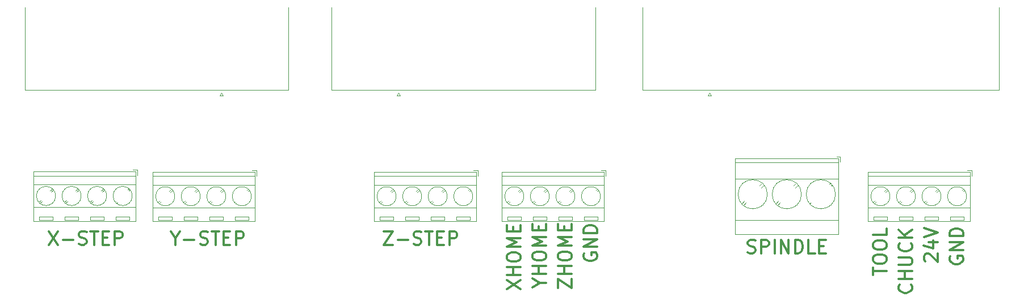
<source format=gbr>
G04 #@! TF.GenerationSoftware,KiCad,Pcbnew,6.0.7-f9a2dced07~116~ubuntu20.04.1*
G04 #@! TF.CreationDate,2022-11-11T16:54:04-05:00*
G04 #@! TF.ProjectId,bunGrbl-Breakout,62756e47-7262-46c2-9d42-7265616b6f75,rev?*
G04 #@! TF.SameCoordinates,PX26c1e00PY6a95280*
G04 #@! TF.FileFunction,Legend,Top*
G04 #@! TF.FilePolarity,Positive*
%FSLAX46Y46*%
G04 Gerber Fmt 4.6, Leading zero omitted, Abs format (unit mm)*
G04 Created by KiCad (PCBNEW 6.0.7-f9a2dced07~116~ubuntu20.04.1) date 2022-11-11 16:54:04*
%MOMM*%
%LPD*%
G01*
G04 APERTURE LIST*
%ADD10C,0.300000*%
%ADD11C,0.120000*%
G04 APERTURE END LIST*
D10*
X54166190Y9985239D02*
X55499523Y9985239D01*
X54166190Y7985239D01*
X55499523Y7985239D01*
X56261428Y8747143D02*
X57785238Y8747143D01*
X58642380Y8080477D02*
X58928095Y7985239D01*
X59404285Y7985239D01*
X59594761Y8080477D01*
X59690000Y8175715D01*
X59785238Y8366191D01*
X59785238Y8556667D01*
X59690000Y8747143D01*
X59594761Y8842381D01*
X59404285Y8937620D01*
X59023333Y9032858D01*
X58832857Y9128096D01*
X58737619Y9223334D01*
X58642380Y9413810D01*
X58642380Y9604286D01*
X58737619Y9794762D01*
X58832857Y9890000D01*
X59023333Y9985239D01*
X59499523Y9985239D01*
X59785238Y9890000D01*
X60356666Y9985239D02*
X61499523Y9985239D01*
X60928095Y7985239D02*
X60928095Y9985239D01*
X62166190Y9032858D02*
X62832857Y9032858D01*
X63118571Y7985239D02*
X62166190Y7985239D01*
X62166190Y9985239D01*
X63118571Y9985239D01*
X63975714Y7985239D02*
X63975714Y9985239D01*
X64737619Y9985239D01*
X64928095Y9890000D01*
X65023333Y9794762D01*
X65118571Y9604286D01*
X65118571Y9318572D01*
X65023333Y9128096D01*
X64928095Y9032858D01*
X64737619Y8937620D01*
X63975714Y8937620D01*
X138700000Y6238572D02*
X138604761Y6048096D01*
X138604761Y5762381D01*
X138700000Y5476667D01*
X138890476Y5286191D01*
X139080952Y5190953D01*
X139461904Y5095715D01*
X139747619Y5095715D01*
X140128571Y5190953D01*
X140319047Y5286191D01*
X140509523Y5476667D01*
X140604761Y5762381D01*
X140604761Y5952858D01*
X140509523Y6238572D01*
X140414285Y6333810D01*
X139747619Y6333810D01*
X139747619Y5952858D01*
X140604761Y7190953D02*
X138604761Y7190953D01*
X140604761Y8333810D01*
X138604761Y8333810D01*
X140604761Y9286191D02*
X138604761Y9286191D01*
X138604761Y9762381D01*
X138700000Y10048096D01*
X138890476Y10238572D01*
X139080952Y10333810D01*
X139461904Y10429048D01*
X139747619Y10429048D01*
X140128571Y10333810D01*
X140319047Y10238572D01*
X140509523Y10048096D01*
X140604761Y9762381D01*
X140604761Y9286191D01*
X84090000Y6713572D02*
X83994761Y6523096D01*
X83994761Y6237381D01*
X84090000Y5951667D01*
X84280476Y5761191D01*
X84470952Y5665953D01*
X84851904Y5570715D01*
X85137619Y5570715D01*
X85518571Y5665953D01*
X85709047Y5761191D01*
X85899523Y5951667D01*
X85994761Y6237381D01*
X85994761Y6427858D01*
X85899523Y6713572D01*
X85804285Y6808810D01*
X85137619Y6808810D01*
X85137619Y6427858D01*
X85994761Y7665953D02*
X83994761Y7665953D01*
X85994761Y8808810D01*
X83994761Y8808810D01*
X85994761Y9761191D02*
X83994761Y9761191D01*
X83994761Y10237381D01*
X84090000Y10523096D01*
X84280476Y10713572D01*
X84470952Y10808810D01*
X84851904Y10904048D01*
X85137619Y10904048D01*
X85518571Y10808810D01*
X85709047Y10713572D01*
X85899523Y10523096D01*
X85994761Y10237381D01*
X85994761Y9761191D01*
X80184761Y1540239D02*
X80184761Y2873572D01*
X82184761Y1540239D01*
X82184761Y2873572D01*
X82184761Y3635477D02*
X80184761Y3635477D01*
X81137142Y3635477D02*
X81137142Y4778334D01*
X82184761Y4778334D02*
X80184761Y4778334D01*
X80184761Y6111667D02*
X80184761Y6492620D01*
X80280000Y6683096D01*
X80470476Y6873572D01*
X80851428Y6968810D01*
X81518095Y6968810D01*
X81899047Y6873572D01*
X82089523Y6683096D01*
X82184761Y6492620D01*
X82184761Y6111667D01*
X82089523Y5921191D01*
X81899047Y5730715D01*
X81518095Y5635477D01*
X80851428Y5635477D01*
X80470476Y5730715D01*
X80280000Y5921191D01*
X80184761Y6111667D01*
X82184761Y7825953D02*
X80184761Y7825953D01*
X81613333Y8492620D01*
X80184761Y9159286D01*
X82184761Y9159286D01*
X81137142Y10111667D02*
X81137142Y10778334D01*
X82184761Y11064048D02*
X82184761Y10111667D01*
X80184761Y10111667D01*
X80184761Y11064048D01*
X72564761Y1380239D02*
X74564761Y2713572D01*
X72564761Y2713572D02*
X74564761Y1380239D01*
X74564761Y3475477D02*
X72564761Y3475477D01*
X73517142Y3475477D02*
X73517142Y4618334D01*
X74564761Y4618334D02*
X72564761Y4618334D01*
X72564761Y5951667D02*
X72564761Y6332620D01*
X72660000Y6523096D01*
X72850476Y6713572D01*
X73231428Y6808810D01*
X73898095Y6808810D01*
X74279047Y6713572D01*
X74469523Y6523096D01*
X74564761Y6332620D01*
X74564761Y5951667D01*
X74469523Y5761191D01*
X74279047Y5570715D01*
X73898095Y5475477D01*
X73231428Y5475477D01*
X72850476Y5570715D01*
X72660000Y5761191D01*
X72564761Y5951667D01*
X74564761Y7665953D02*
X72564761Y7665953D01*
X73993333Y8332620D01*
X72564761Y8999286D01*
X74564761Y8999286D01*
X73517142Y9951667D02*
X73517142Y10618334D01*
X74564761Y10904048D02*
X74564761Y9951667D01*
X72564761Y9951667D01*
X72564761Y10904048D01*
X4255190Y9985239D02*
X5588523Y7985239D01*
X5588523Y9985239D02*
X4255190Y7985239D01*
X6350428Y8747143D02*
X7874238Y8747143D01*
X8731380Y8080477D02*
X9017095Y7985239D01*
X9493285Y7985239D01*
X9683761Y8080477D01*
X9778999Y8175715D01*
X9874238Y8366191D01*
X9874238Y8556667D01*
X9778999Y8747143D01*
X9683761Y8842381D01*
X9493285Y8937620D01*
X9112333Y9032858D01*
X8921857Y9128096D01*
X8826619Y9223334D01*
X8731380Y9413810D01*
X8731380Y9604286D01*
X8826619Y9794762D01*
X8921857Y9890000D01*
X9112333Y9985239D01*
X9588523Y9985239D01*
X9874238Y9890000D01*
X10445666Y9985239D02*
X11588523Y9985239D01*
X11017095Y7985239D02*
X11017095Y9985239D01*
X12255190Y9032858D02*
X12921857Y9032858D01*
X13207571Y7985239D02*
X12255190Y7985239D01*
X12255190Y9985239D01*
X13207571Y9985239D01*
X14064714Y7985239D02*
X14064714Y9985239D01*
X14826619Y9985239D01*
X15017095Y9890000D01*
X15112333Y9794762D01*
X15207571Y9604286D01*
X15207571Y9318572D01*
X15112333Y9128096D01*
X15017095Y9032858D01*
X14826619Y8937620D01*
X14064714Y8937620D01*
X23082857Y8937620D02*
X23082857Y7985239D01*
X22416190Y9985239D02*
X23082857Y8937620D01*
X23749523Y9985239D01*
X24416190Y8747143D02*
X25940000Y8747143D01*
X26797142Y8080477D02*
X27082857Y7985239D01*
X27559047Y7985239D01*
X27749523Y8080477D01*
X27844761Y8175715D01*
X27940000Y8366191D01*
X27940000Y8556667D01*
X27844761Y8747143D01*
X27749523Y8842381D01*
X27559047Y8937620D01*
X27178095Y9032858D01*
X26987619Y9128096D01*
X26892380Y9223334D01*
X26797142Y9413810D01*
X26797142Y9604286D01*
X26892380Y9794762D01*
X26987619Y9890000D01*
X27178095Y9985239D01*
X27654285Y9985239D01*
X27940000Y9890000D01*
X28511428Y9985239D02*
X29654285Y9985239D01*
X29082857Y7985239D02*
X29082857Y9985239D01*
X30320952Y9032858D02*
X30987619Y9032858D01*
X31273333Y7985239D02*
X30320952Y7985239D01*
X30320952Y9985239D01*
X31273333Y9985239D01*
X32130476Y7985239D02*
X32130476Y9985239D01*
X32892380Y9985239D01*
X33082857Y9890000D01*
X33178095Y9794762D01*
X33273333Y9604286D01*
X33273333Y9318572D01*
X33178095Y9128096D01*
X33082857Y9032858D01*
X32892380Y8937620D01*
X32130476Y8937620D01*
X134985238Y5507143D02*
X134890000Y5602381D01*
X134794761Y5792858D01*
X134794761Y6269048D01*
X134890000Y6459524D01*
X134985238Y6554762D01*
X135175714Y6650000D01*
X135366190Y6650000D01*
X135651904Y6554762D01*
X136794761Y5411905D01*
X136794761Y6650000D01*
X135461428Y8364286D02*
X136794761Y8364286D01*
X134699523Y7888096D02*
X136128095Y7411905D01*
X136128095Y8650000D01*
X134794761Y9126191D02*
X136794761Y9792858D01*
X134794761Y10459524D01*
X132794285Y2028572D02*
X132889523Y1933334D01*
X132984761Y1647620D01*
X132984761Y1457143D01*
X132889523Y1171429D01*
X132699047Y980953D01*
X132508571Y885715D01*
X132127619Y790477D01*
X131841904Y790477D01*
X131460952Y885715D01*
X131270476Y980953D01*
X131080000Y1171429D01*
X130984761Y1457143D01*
X130984761Y1647620D01*
X131080000Y1933334D01*
X131175238Y2028572D01*
X132984761Y2885715D02*
X130984761Y2885715D01*
X131937142Y2885715D02*
X131937142Y4028572D01*
X132984761Y4028572D02*
X130984761Y4028572D01*
X130984761Y4980953D02*
X132603809Y4980953D01*
X132794285Y5076191D01*
X132889523Y5171429D01*
X132984761Y5361905D01*
X132984761Y5742858D01*
X132889523Y5933334D01*
X132794285Y6028572D01*
X132603809Y6123810D01*
X130984761Y6123810D01*
X132794285Y8219048D02*
X132889523Y8123810D01*
X132984761Y7838096D01*
X132984761Y7647620D01*
X132889523Y7361905D01*
X132699047Y7171429D01*
X132508571Y7076191D01*
X132127619Y6980953D01*
X131841904Y6980953D01*
X131460952Y7076191D01*
X131270476Y7171429D01*
X131080000Y7361905D01*
X130984761Y7647620D01*
X130984761Y7838096D01*
X131080000Y8123810D01*
X131175238Y8219048D01*
X132984761Y9076191D02*
X130984761Y9076191D01*
X132984761Y10219048D02*
X131841904Y9361905D01*
X130984761Y10219048D02*
X132127619Y9076191D01*
X108490476Y6810477D02*
X108776190Y6715239D01*
X109252380Y6715239D01*
X109442857Y6810477D01*
X109538095Y6905715D01*
X109633333Y7096191D01*
X109633333Y7286667D01*
X109538095Y7477143D01*
X109442857Y7572381D01*
X109252380Y7667620D01*
X108871428Y7762858D01*
X108680952Y7858096D01*
X108585714Y7953334D01*
X108490476Y8143810D01*
X108490476Y8334286D01*
X108585714Y8524762D01*
X108680952Y8620000D01*
X108871428Y8715239D01*
X109347619Y8715239D01*
X109633333Y8620000D01*
X110490476Y6715239D02*
X110490476Y8715239D01*
X111252380Y8715239D01*
X111442857Y8620000D01*
X111538095Y8524762D01*
X111633333Y8334286D01*
X111633333Y8048572D01*
X111538095Y7858096D01*
X111442857Y7762858D01*
X111252380Y7667620D01*
X110490476Y7667620D01*
X112490476Y6715239D02*
X112490476Y8715239D01*
X113442857Y6715239D02*
X113442857Y8715239D01*
X114585714Y6715239D01*
X114585714Y8715239D01*
X115538095Y6715239D02*
X115538095Y8715239D01*
X116014285Y8715239D01*
X116300000Y8620000D01*
X116490476Y8429524D01*
X116585714Y8239048D01*
X116680952Y7858096D01*
X116680952Y7572381D01*
X116585714Y7191429D01*
X116490476Y7000953D01*
X116300000Y6810477D01*
X116014285Y6715239D01*
X115538095Y6715239D01*
X118490476Y6715239D02*
X117538095Y6715239D01*
X117538095Y8715239D01*
X119157142Y7762858D02*
X119823809Y7762858D01*
X120109523Y6715239D02*
X119157142Y6715239D01*
X119157142Y8715239D01*
X120109523Y8715239D01*
X77422380Y2302143D02*
X78374761Y2302143D01*
X76374761Y1635477D02*
X77422380Y2302143D01*
X76374761Y2968810D01*
X78374761Y3635477D02*
X76374761Y3635477D01*
X77327142Y3635477D02*
X77327142Y4778334D01*
X78374761Y4778334D02*
X76374761Y4778334D01*
X76374761Y6111667D02*
X76374761Y6492620D01*
X76470000Y6683096D01*
X76660476Y6873572D01*
X77041428Y6968810D01*
X77708095Y6968810D01*
X78089047Y6873572D01*
X78279523Y6683096D01*
X78374761Y6492620D01*
X78374761Y6111667D01*
X78279523Y5921191D01*
X78089047Y5730715D01*
X77708095Y5635477D01*
X77041428Y5635477D01*
X76660476Y5730715D01*
X76470000Y5921191D01*
X76374761Y6111667D01*
X78374761Y7825953D02*
X76374761Y7825953D01*
X77803333Y8492620D01*
X76374761Y9159286D01*
X78374761Y9159286D01*
X77327142Y10111667D02*
X77327142Y10778334D01*
X78374761Y11064048D02*
X78374761Y10111667D01*
X76374761Y10111667D01*
X76374761Y11064048D01*
X127174761Y3457143D02*
X127174761Y4600000D01*
X129174761Y4028572D02*
X127174761Y4028572D01*
X127174761Y5647620D02*
X127174761Y6028572D01*
X127270000Y6219048D01*
X127460476Y6409524D01*
X127841428Y6504762D01*
X128508095Y6504762D01*
X128889047Y6409524D01*
X129079523Y6219048D01*
X129174761Y6028572D01*
X129174761Y5647620D01*
X129079523Y5457143D01*
X128889047Y5266667D01*
X128508095Y5171429D01*
X127841428Y5171429D01*
X127460476Y5266667D01*
X127270000Y5457143D01*
X127174761Y5647620D01*
X127174761Y7742858D02*
X127174761Y8123810D01*
X127270000Y8314286D01*
X127460476Y8504762D01*
X127841428Y8600000D01*
X128508095Y8600000D01*
X128889047Y8504762D01*
X129079523Y8314286D01*
X129174761Y8123810D01*
X129174761Y7742858D01*
X129079523Y7552381D01*
X128889047Y7361905D01*
X128508095Y7266667D01*
X127841428Y7266667D01*
X127460476Y7361905D01*
X127270000Y7552381D01*
X127174761Y7742858D01*
X129174761Y10409524D02*
X129174761Y9457143D01*
X127174761Y9457143D01*
D11*
G04 #@! TO.C,J8*
X141130000Y15240000D02*
G75*
G03*
X141130000Y15240000I-1430000J0D01*
G01*
X137320000Y15240000D02*
G75*
G03*
X137320000Y15240000I-1430000J0D01*
G01*
X133510000Y15240000D02*
G75*
G03*
X133510000Y15240000I-1430000J0D01*
G01*
X129700000Y15240000D02*
G75*
G03*
X129700000Y15240000I-1430000J0D01*
G01*
X141610000Y18240000D02*
X126360000Y18240000D01*
X141610000Y16941000D02*
X126360000Y16941000D01*
X141610000Y13540000D02*
X126360000Y13540000D01*
X141610000Y11480000D02*
X126360000Y11480000D01*
X141610000Y18900000D02*
X126360000Y18900000D01*
X141610000Y11480000D02*
X141610000Y18900000D01*
X126360000Y11480000D02*
X126360000Y18900000D01*
X138615000Y14330000D02*
X138755000Y14469000D01*
X140471000Y16185000D02*
X140611000Y16325000D01*
X138789000Y14155000D02*
X138929000Y14295000D01*
X140646000Y16011000D02*
X140785000Y16150000D01*
X140700000Y11640000D02*
X138700000Y11640000D01*
X140700000Y12140000D02*
X138700000Y12140000D01*
X140700000Y11640000D02*
X140700000Y12140000D01*
X138700000Y11640000D02*
X138700000Y12140000D01*
X134805000Y14330000D02*
X135104000Y14629000D01*
X136500000Y16026000D02*
X136800000Y16325000D01*
X134979000Y14155000D02*
X135279000Y14454000D01*
X136675000Y15851000D02*
X136974000Y16150000D01*
X136890000Y11640000D02*
X134890000Y11640000D01*
X136890000Y12140000D02*
X134890000Y12140000D01*
X136890000Y11640000D02*
X136890000Y12140000D01*
X134890000Y11640000D02*
X134890000Y12140000D01*
X130995000Y14330000D02*
X131294000Y14629000D01*
X132690000Y16026000D02*
X132990000Y16325000D01*
X131169000Y14155000D02*
X131469000Y14454000D01*
X132865000Y15851000D02*
X133164000Y16150000D01*
X133080000Y11640000D02*
X131080000Y11640000D01*
X133080000Y12140000D02*
X131080000Y12140000D01*
X133080000Y11640000D02*
X133080000Y12140000D01*
X131080000Y11640000D02*
X131080000Y12140000D01*
X127185000Y14330000D02*
X127484000Y14629000D01*
X128880000Y16026000D02*
X129180000Y16325000D01*
X127359000Y14155000D02*
X127659000Y14454000D01*
X129055000Y15851000D02*
X129354000Y16150000D01*
X129270000Y11640000D02*
X127270000Y11640000D01*
X129270000Y12140000D02*
X127270000Y12140000D01*
X129270000Y11640000D02*
X129270000Y12140000D01*
X127270000Y11640000D02*
X127270000Y12140000D01*
X141850000Y18300000D02*
X141850000Y19140000D01*
X141850000Y19140000D02*
X141250000Y19140000D01*
G04 #@! TO.C,J4*
X72749000Y14155000D02*
X73049000Y14454000D01*
X86090000Y11640000D02*
X84090000Y11640000D01*
X80195000Y14330000D02*
X80494000Y14629000D01*
X78470000Y11640000D02*
X76470000Y11640000D01*
X87240000Y18300000D02*
X87240000Y19140000D01*
X74445000Y15851000D02*
X74744000Y16150000D01*
X74660000Y12140000D02*
X72660000Y12140000D01*
X82280000Y11640000D02*
X80280000Y11640000D01*
X87000000Y11480000D02*
X71750000Y11480000D01*
X71750000Y11480000D02*
X71750000Y18900000D01*
X87000000Y18240000D02*
X71750000Y18240000D01*
X78470000Y12140000D02*
X76470000Y12140000D01*
X86090000Y11640000D02*
X86090000Y12140000D01*
X86090000Y12140000D02*
X84090000Y12140000D01*
X84005000Y14330000D02*
X84145000Y14469000D01*
X84179000Y14155000D02*
X84319000Y14295000D01*
X76385000Y14330000D02*
X76684000Y14629000D01*
X72660000Y11640000D02*
X72660000Y12140000D01*
X78080000Y16026000D02*
X78380000Y16325000D01*
X82065000Y15851000D02*
X82364000Y16150000D01*
X85861000Y16185000D02*
X86001000Y16325000D01*
X74660000Y11640000D02*
X72660000Y11640000D01*
X87000000Y13540000D02*
X71750000Y13540000D01*
X74660000Y11640000D02*
X74660000Y12140000D01*
X84090000Y11640000D02*
X84090000Y12140000D01*
X87000000Y18900000D02*
X71750000Y18900000D01*
X87000000Y11480000D02*
X87000000Y18900000D01*
X76470000Y11640000D02*
X76470000Y12140000D01*
X76559000Y14155000D02*
X76859000Y14454000D01*
X82280000Y11640000D02*
X82280000Y12140000D01*
X80369000Y14155000D02*
X80669000Y14454000D01*
X86036000Y16011000D02*
X86175000Y16150000D01*
X82280000Y12140000D02*
X80280000Y12140000D01*
X87240000Y19140000D02*
X86640000Y19140000D01*
X74270000Y16026000D02*
X74570000Y16325000D01*
X78255000Y15851000D02*
X78554000Y16150000D01*
X78470000Y11640000D02*
X78470000Y12140000D01*
X81890000Y16026000D02*
X82190000Y16325000D01*
X80280000Y11640000D02*
X80280000Y12140000D01*
X87000000Y16941000D02*
X71750000Y16941000D01*
X72575000Y14330000D02*
X72874000Y14629000D01*
X86520000Y15240000D02*
G75*
G03*
X86520000Y15240000I-1430000J0D01*
G01*
X78900000Y15240000D02*
G75*
G03*
X78900000Y15240000I-1430000J0D01*
G01*
X75090000Y15240000D02*
G75*
G03*
X75090000Y15240000I-1430000J0D01*
G01*
X82710000Y15240000D02*
G75*
G03*
X82710000Y15240000I-1430000J0D01*
G01*
G04 #@! TO.C,J6*
X85720000Y43500000D02*
X85720000Y31160000D01*
X56115000Y30265662D02*
X56365000Y30698675D01*
X46400000Y31160000D02*
X46400000Y43500000D01*
X56615000Y30265662D02*
X56115000Y30265662D01*
X85720000Y31160000D02*
X46400000Y31160000D01*
X56365000Y30698675D02*
X56615000Y30265662D01*
G04 #@! TO.C,J5*
X29995000Y30698675D02*
X30245000Y30265662D01*
X30245000Y30265662D02*
X29745000Y30265662D01*
X640000Y31160000D02*
X640000Y43500000D01*
X39960000Y31160000D02*
X640000Y31160000D01*
X39960000Y43500000D02*
X39960000Y31160000D01*
X29745000Y30265662D02*
X29995000Y30698675D01*
G04 #@! TO.C,J1*
X17150000Y11525000D02*
X17150000Y18945000D01*
X8620000Y11685000D02*
X6620000Y11685000D01*
X17390000Y19185000D02*
X16790000Y19185000D01*
X12430000Y12185000D02*
X10430000Y12185000D01*
X16186000Y16056000D02*
X16325000Y16195000D01*
X6535000Y14375000D02*
X6834000Y14674000D01*
X16011000Y16230000D02*
X16151000Y16370000D01*
X4810000Y12185000D02*
X2810000Y12185000D01*
X12430000Y11685000D02*
X12430000Y12185000D01*
X14329000Y14200000D02*
X14469000Y14340000D01*
X17390000Y18345000D02*
X17390000Y19185000D01*
X14155000Y14375000D02*
X14295000Y14514000D01*
X12215000Y15896000D02*
X12514000Y16195000D01*
X16240000Y11685000D02*
X16240000Y12185000D01*
X2810000Y11685000D02*
X2810000Y12185000D01*
X17150000Y16986000D02*
X1900000Y16986000D01*
X2725000Y14375000D02*
X3024000Y14674000D01*
X4810000Y11685000D02*
X2810000Y11685000D01*
X12430000Y11685000D02*
X10430000Y11685000D01*
X12040000Y16071000D02*
X12340000Y16370000D01*
X4595000Y15896000D02*
X4894000Y16195000D01*
X8230000Y16071000D02*
X8530000Y16370000D01*
X17150000Y18285000D02*
X1900000Y18285000D01*
X17150000Y18945000D02*
X1900000Y18945000D01*
X8620000Y12185000D02*
X6620000Y12185000D01*
X1900000Y11525000D02*
X1900000Y18945000D01*
X16240000Y11685000D02*
X14240000Y11685000D01*
X2899000Y14200000D02*
X3199000Y14499000D01*
X17150000Y13585000D02*
X1900000Y13585000D01*
X6709000Y14200000D02*
X7009000Y14499000D01*
X10430000Y11685000D02*
X10430000Y12185000D01*
X4420000Y16071000D02*
X4720000Y16370000D01*
X10519000Y14200000D02*
X10819000Y14499000D01*
X10345000Y14375000D02*
X10644000Y14674000D01*
X8620000Y11685000D02*
X8620000Y12185000D01*
X8405000Y15896000D02*
X8704000Y16195000D01*
X4810000Y11685000D02*
X4810000Y12185000D01*
X16240000Y12185000D02*
X14240000Y12185000D01*
X14240000Y11685000D02*
X14240000Y12185000D01*
X6620000Y11685000D02*
X6620000Y12185000D01*
X17150000Y11525000D02*
X1900000Y11525000D01*
X16670000Y15285000D02*
G75*
G03*
X16670000Y15285000I-1430000J0D01*
G01*
X5240000Y15285000D02*
G75*
G03*
X5240000Y15285000I-1430000J0D01*
G01*
X9050000Y15285000D02*
G75*
G03*
X9050000Y15285000I-1430000J0D01*
G01*
X12860000Y15285000D02*
G75*
G03*
X12860000Y15285000I-1430000J0D01*
G01*
G04 #@! TO.C,J3*
X63230000Y11640000D02*
X63230000Y12140000D01*
X65129000Y14155000D02*
X65269000Y14295000D01*
X67950000Y13540000D02*
X52700000Y13540000D01*
X67950000Y11480000D02*
X67950000Y18900000D01*
X53610000Y11640000D02*
X53610000Y12140000D01*
X67040000Y11640000D02*
X65040000Y11640000D01*
X55610000Y11640000D02*
X53610000Y11640000D01*
X66811000Y16185000D02*
X66951000Y16325000D01*
X67950000Y18240000D02*
X52700000Y18240000D01*
X62840000Y16026000D02*
X63140000Y16325000D01*
X65040000Y11640000D02*
X65040000Y12140000D01*
X66986000Y16011000D02*
X67125000Y16150000D01*
X55610000Y12140000D02*
X53610000Y12140000D01*
X68190000Y19140000D02*
X67590000Y19140000D01*
X52700000Y11480000D02*
X52700000Y18900000D01*
X57335000Y14330000D02*
X57634000Y14629000D01*
X67040000Y12140000D02*
X65040000Y12140000D01*
X61319000Y14155000D02*
X61619000Y14454000D01*
X67040000Y11640000D02*
X67040000Y12140000D01*
X59420000Y11640000D02*
X57420000Y11640000D01*
X64955000Y14330000D02*
X65095000Y14469000D01*
X59205000Y15851000D02*
X59504000Y16150000D01*
X55610000Y11640000D02*
X55610000Y12140000D01*
X53699000Y14155000D02*
X53999000Y14454000D01*
X61145000Y14330000D02*
X61444000Y14629000D01*
X63015000Y15851000D02*
X63314000Y16150000D01*
X67950000Y16941000D02*
X52700000Y16941000D01*
X67950000Y18900000D02*
X52700000Y18900000D01*
X59420000Y11640000D02*
X59420000Y12140000D01*
X59420000Y12140000D02*
X57420000Y12140000D01*
X59030000Y16026000D02*
X59330000Y16325000D01*
X55220000Y16026000D02*
X55520000Y16325000D01*
X57420000Y11640000D02*
X57420000Y12140000D01*
X53525000Y14330000D02*
X53824000Y14629000D01*
X55395000Y15851000D02*
X55694000Y16150000D01*
X57509000Y14155000D02*
X57809000Y14454000D01*
X63230000Y12140000D02*
X61230000Y12140000D01*
X61230000Y11640000D02*
X61230000Y12140000D01*
X67950000Y11480000D02*
X52700000Y11480000D01*
X68190000Y18300000D02*
X68190000Y19140000D01*
X63230000Y11640000D02*
X61230000Y11640000D01*
X59850000Y15240000D02*
G75*
G03*
X59850000Y15240000I-1430000J0D01*
G01*
X63660000Y15240000D02*
G75*
G03*
X63660000Y15240000I-1430000J0D01*
G01*
X67470000Y15240000D02*
G75*
G03*
X67470000Y15240000I-1430000J0D01*
G01*
X56040000Y15240000D02*
G75*
G03*
X56040000Y15240000I-1430000J0D01*
G01*
G04 #@! TO.C,J7*
X120928000Y16821000D02*
X121034000Y16928000D01*
X121980000Y11640000D02*
X106620000Y11640000D01*
X112912000Y13886000D02*
X113292000Y14266000D01*
X115307000Y16814000D02*
X115687000Y17194000D01*
X110227000Y16814000D02*
X110607000Y17194000D01*
X121980000Y20900000D02*
X106620000Y20900000D01*
X121980000Y9580000D02*
X106620000Y9580000D01*
X107566000Y14152000D02*
X107961000Y14548000D01*
X122220000Y21140000D02*
X121720000Y21140000D01*
X115558000Y16532000D02*
X115953000Y16928000D01*
X122220000Y20400000D02*
X122220000Y21140000D01*
X106620000Y9580000D02*
X106620000Y20900000D01*
X121980000Y20340000D02*
X106620000Y20340000D01*
X120662000Y17087000D02*
X120768000Y17194000D01*
X121980000Y17840000D02*
X106620000Y17840000D01*
X121980000Y9580000D02*
X121980000Y20900000D01*
X110478000Y16532000D02*
X110873000Y16928000D01*
X112646000Y14152000D02*
X113041000Y14548000D01*
X117726000Y14152000D02*
X117833000Y14259000D01*
X107832000Y13886000D02*
X108212000Y14266000D01*
X117992000Y13886000D02*
X118099000Y13993000D01*
X116480000Y15540000D02*
G75*
G03*
X116480000Y15540000I-2180000J0D01*
G01*
X111400000Y15540000D02*
G75*
G03*
X111400000Y15540000I-2180000J0D01*
G01*
X121560000Y15540000D02*
G75*
G03*
X121560000Y15540000I-2180000J0D01*
G01*
G04 #@! TO.C,J2*
X34930000Y13540000D02*
X19680000Y13540000D01*
X20679000Y14155000D02*
X20979000Y14454000D01*
X26400000Y11640000D02*
X24400000Y11640000D01*
X20590000Y11640000D02*
X20590000Y12140000D01*
X32109000Y14155000D02*
X32249000Y14295000D01*
X26185000Y15851000D02*
X26484000Y16150000D01*
X26010000Y16026000D02*
X26310000Y16325000D01*
X34020000Y11640000D02*
X32020000Y11640000D01*
X35170000Y18300000D02*
X35170000Y19140000D01*
X29820000Y16026000D02*
X30120000Y16325000D01*
X34930000Y18900000D02*
X19680000Y18900000D01*
X24489000Y14155000D02*
X24789000Y14454000D01*
X30210000Y11640000D02*
X28210000Y11640000D01*
X22590000Y11640000D02*
X20590000Y11640000D01*
X19680000Y11480000D02*
X19680000Y18900000D01*
X29995000Y15851000D02*
X30294000Y16150000D01*
X24315000Y14330000D02*
X24614000Y14629000D01*
X28210000Y11640000D02*
X28210000Y12140000D01*
X28125000Y14330000D02*
X28424000Y14629000D01*
X20505000Y14330000D02*
X20804000Y14629000D01*
X22590000Y11640000D02*
X22590000Y12140000D01*
X30210000Y12140000D02*
X28210000Y12140000D01*
X34930000Y16941000D02*
X19680000Y16941000D01*
X22375000Y15851000D02*
X22674000Y16150000D01*
X33966000Y16011000D02*
X34105000Y16150000D01*
X26400000Y12140000D02*
X24400000Y12140000D01*
X28299000Y14155000D02*
X28599000Y14454000D01*
X34020000Y11640000D02*
X34020000Y12140000D01*
X22200000Y16026000D02*
X22500000Y16325000D01*
X34930000Y11480000D02*
X19680000Y11480000D01*
X26400000Y11640000D02*
X26400000Y12140000D01*
X33791000Y16185000D02*
X33931000Y16325000D01*
X31935000Y14330000D02*
X32075000Y14469000D01*
X32020000Y11640000D02*
X32020000Y12140000D01*
X34930000Y11480000D02*
X34930000Y18900000D01*
X34930000Y18240000D02*
X19680000Y18240000D01*
X22590000Y12140000D02*
X20590000Y12140000D01*
X30210000Y11640000D02*
X30210000Y12140000D01*
X34020000Y12140000D02*
X32020000Y12140000D01*
X24400000Y11640000D02*
X24400000Y12140000D01*
X35170000Y19140000D02*
X34570000Y19140000D01*
X26830000Y15240000D02*
G75*
G03*
X26830000Y15240000I-1430000J0D01*
G01*
X34450000Y15240000D02*
G75*
G03*
X34450000Y15240000I-1430000J0D01*
G01*
X23020000Y15240000D02*
G75*
G03*
X23020000Y15240000I-1430000J0D01*
G01*
X30640000Y15240000D02*
G75*
G03*
X30640000Y15240000I-1430000J0D01*
G01*
G04 #@! TO.C,J9*
X92765000Y31160000D02*
X92765000Y43500000D01*
X103005000Y30265662D02*
X102505000Y30265662D01*
X145985000Y31160000D02*
X92765000Y31160000D01*
X145985000Y43500000D02*
X145985000Y31160000D01*
X102755000Y30698675D02*
X103005000Y30265662D01*
X102505000Y30265662D02*
X102755000Y30698675D01*
G04 #@! TD*
M02*

</source>
